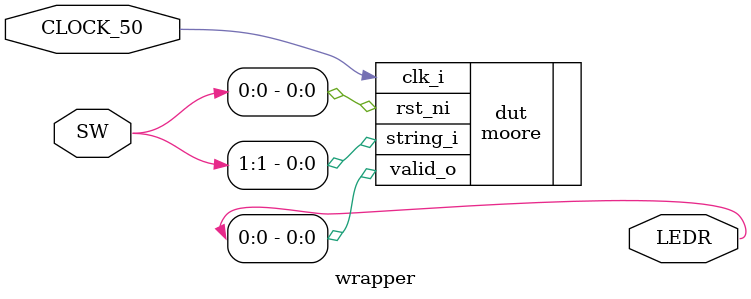
<source format=sv>
module wrapper(
    //inputs
    input logic [1:0] SW,
    //outputs
    output logic [1:0] LEDR,
    input logic CLOCK_50
);
    moore dut (
        .clk_i    (CLOCK_50),
        .rst_ni   (SW[0]),
        .string_i (SW[1]),
        .valid_o  (LEDR[0])
    );
endmodule : wrapper

</source>
